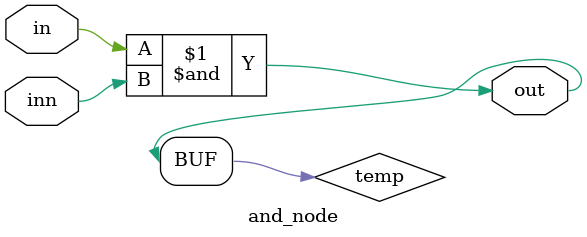
<source format=v>
`define WIDTH 8

module simple_op(a,b,out);
    input   [`WIDTH-1:0]a;
    input   [`WIDTH-1:0]b;
    output  [`WIDTH-1:0]out;
    wire    [`WIDTH-1:0]o;

genvar i;
generate
    for (i = 0; i < `WIDTH;i = i + 1) begin
      and_node NAND(
        .in(a[i]),.inn(b[i]),
        .out(o[i]));
    end
  endgenerate
  assign out = o;
endmodule

module and_node(in,inn,out);
  input in;
  input inn;
  output out;
  wire temp;
  
  and(temp,in,inn);
  assign out = temp;
  
endmodule 
</source>
